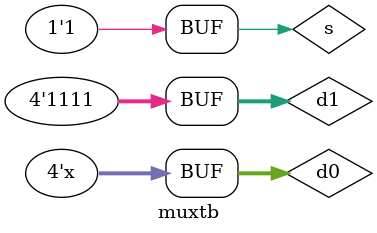
<source format=v>
module muxtb;
reg s;
reg [3:0]d1;
reg [3:0]d0;
wire [3:0]f;
mux4bit m1(f,s,d1,d0);
initial
	begin
	s=0;d1=4'bxxxx;d0=4'b0000;
	#5 d0=4'b0001;
	#5 d0=4'b0010;
	#5 d0=4'b0011;
	#5 d0=4'b0100;
	#5 d0=4'b0101;
	#5 d0=4'b0110;
	#5 d0=4'b0111;
	#5 d0=4'b1000;
	#5 d0=4'b1001;
	#5 d0=4'b1010;
	#5 d0=4'b1011;
	#5 d0=4'b1100;
	#5 d0=4'b1101;
	#5 d0=4'b1110;
	#5 d0=4'b1111;
	#5 s=1;d1=4'b0000;d0=4'bxxxx;
	#5 d1=4'b0001;
	#5 d1=4'b0010;
	#5 d1=4'b0011;
	#5 d1=4'b0100;
	#5 d1=4'b0101;
	#5 d1=4'b0110;
	#5 d1=4'b0111;
	#5 d1=4'b1000;
	#5 d1=4'b1001;
	#5 d1=4'b1010;
	#5 d1=4'b1011;
	#5 d1=4'b1100;
	#5 d1=4'b1101;
	#5 d1=4'b1110;
	#5 d1=4'b1111;
	end
initial 
	begin
	$monitor (" s = %b   D1 = %b  D0 = %b   F = %b ",s,d1,d0,f);
	end
endmodule

</source>
